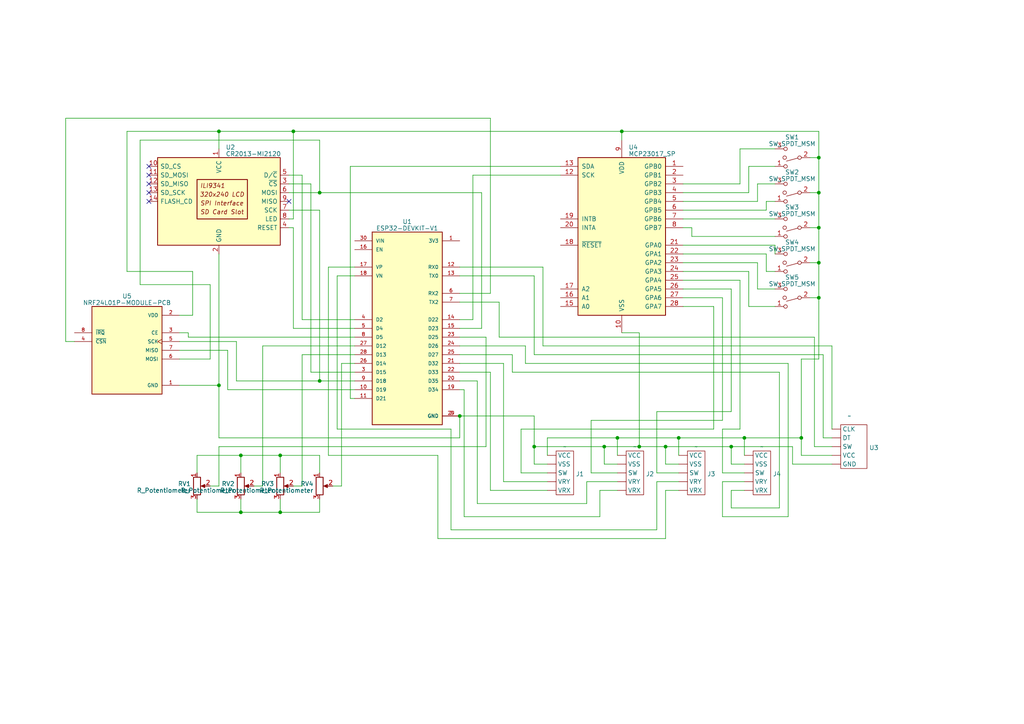
<source format=kicad_sch>
(kicad_sch (version 20230121) (generator eeschema)
  (paper "A4")
  (lib_symbols
    (symbol "Device:R_Potentiometer" (pin_names (offset 1.016) hide)
      (property "Reference" "RV" (at -4.445 0 90))
      (property "Value" "R_Potentiometer" (at -2.54 0 90))
      (symbol "R_Potentiometer_0_1"
        (polyline (pts (xy 2.54 0) (xy 1.524 0)))
        (polyline (pts (xy 1.143 0) (xy 2.286 0.508) (xy 2.286 -0.508) (xy 1.143 0)) (fill (type outline)))
        (rectangle (start 1.016 2.54) (end -1.016 -2.54) (stroke (width 0.254)))
      )
      (symbol "R_Potentiometer_1_1"
        (pin passive line (at 0 3.81 270) (length 1.27) (name "1") (number "1"))
        (pin passive line (at 3.81 0 180) (length 1.27) (name "2") (number "2"))
        (pin passive line (at 0 -3.81 90) (length 1.27) (name "3") (number "3"))
      )
    )
    (symbol "Driver_Display:CR2013-MI2120" (pin_names (offset 0.762))
      (property "Reference" "U" (at -17.526 13.97 0))
      (property "Value" "CR2013-MI2120" (at 1.905 13.97 0))
      (symbol "CR2013-MI2120_0_0"
        (text "320x240 LCD" (at 0.889 2.032 0) (effects (font (size 1.27 1.27) italic)))
        (text "ILI9341" (at -5.461 4.572 0) (effects (font (size 1.27 1.27) italic) (justify left)))
        (text "SD Card Slot" (at -5.461 -3.048 0) (effects (font (size 1.27 1.27) italic) (justify left)))
        (text "SPI Interface" (at -5.461 -0.508 0) (effects (font (size 1.27 1.27) italic) (justify left)))
      )
      (symbol "CR2013-MI2120_0_1"
        (rectangle (start -17.78 12.7) (end 17.78 -12.7) (stroke (width 0.254)) (fill (type background)))
        (rectangle (start -6.35 6.35) (end 8.255 -5.08) (stroke (width 0.254)))
      )
      (symbol "CR2013-MI2120_1_1"
        (pin power_in line (at 0 15.24 270) (length 2.54) (name "VCC") (number "1"))
        (pin input line (at -20.32 10.16 0) (length 2.54) (name "SD_CS") (number "10"))
        (pin input line (at -20.32 7.62 0) (length 2.54) (name "SD_MOSI") (number "11"))
        (pin output line (at -20.32 5.08 0) (length 2.54) (name "SD_MISO") (number "12"))
        (pin input line (at -20.32 2.54 0) (length 2.54) (name "SD_SCK") (number "13"))
        (pin input line (at -20.32 0 0) (length 2.54) (name "FLASH_CD") (number "14"))
        (pin power_in line (at 0 -15.24 90) (length 2.54) (name "GND") (number "2"))
        (pin input line (at 20.32 5.08 180) (length 2.54) (name "~{CS}") (number "3"))
        (pin input line (at 20.32 -7.62 180) (length 2.54) (name "RESET") (number "4"))
        (pin input line (at 20.32 7.62 180) (length 2.54) (name "D/~{C}") (number "5"))
        (pin input line (at 20.32 2.54 180) (length 2.54) (name "MOSI") (number "6"))
        (pin input line (at 20.32 -2.54 180) (length 2.54) (name "SCK") (number "7"))
        (pin input line (at 20.32 -5.08 180) (length 2.54) (name "LED") (number "8"))
        (pin output line (at 20.32 0 180) (length 2.54) (name "MISO") (number "9"))
      )
    )
    (symbol "ESP32-DEVKIT-V1:ESP32-DEVKIT-V1" (pin_names (offset 1.016))
      (property "Reference" "U" (at -10.16 30.48 0))
      (property "Value" "ESP32-DEVKIT-V1" (at -10.16 -30.48 0))
      (symbol "ESP32-DEVKIT-V1_0_0"
        (rectangle (start -10.16 -27.94) (end 10.16 27.94) (stroke (width 0.254)) (fill (type background)))
        (pin output line (at 15.24 25.4 180) (length 5.08) (name "3V3") (number "1"))
        (pin bidirectional line (at -15.24 -17.78 0) (length 5.08) (name "D19") (number "10"))
        (pin bidirectional line (at -15.24 -20.32 0) (length 5.08) (name "D21") (number "11"))
        (pin input line (at 15.24 17.78 180) (length 5.08) (name "RX0") (number "12"))
        (pin output line (at 15.24 15.24 180) (length 5.08) (name "TX0") (number "13"))
        (pin bidirectional line (at 15.24 2.54 180) (length 5.08) (name "D22") (number "14"))
        (pin bidirectional line (at 15.24 0 180) (length 5.08) (name "D23") (number "15"))
        (pin input line (at -15.24 22.86 0) (length 5.08) (name "EN") (number "16"))
        (pin bidirectional line (at -15.24 17.78 0) (length 5.08) (name "VP") (number "17"))
        (pin bidirectional line (at -15.24 15.24 0) (length 5.08) (name "VN") (number "18"))
        (pin bidirectional line (at 15.24 -17.78 180) (length 5.08) (name "D34") (number "19"))
        (pin power_in line (at 15.24 -25.4 180) (length 5.08) (name "GND") (number "2"))
        (pin bidirectional line (at 15.24 -15.24 180) (length 5.08) (name "D35") (number "20"))
        (pin bidirectional line (at 15.24 -10.16 180) (length 5.08) (name "D32") (number "21"))
        (pin bidirectional line (at 15.24 -12.7 180) (length 5.08) (name "D33") (number "22"))
        (pin bidirectional line (at 15.24 -2.54 180) (length 5.08) (name "D25") (number "23"))
        (pin bidirectional line (at 15.24 -5.08 180) (length 5.08) (name "D26") (number "24"))
        (pin bidirectional line (at 15.24 -7.62 180) (length 5.08) (name "D27") (number "25"))
        (pin bidirectional line (at -15.24 -10.16 0) (length 5.08) (name "D14") (number "26"))
        (pin bidirectional line (at -15.24 -5.08 0) (length 5.08) (name "D12") (number "27"))
        (pin bidirectional line (at -15.24 -7.62 0) (length 5.08) (name "D13") (number "28"))
        (pin power_in line (at 15.24 -25.4 180) (length 5.08) (name "GND") (number "29"))
        (pin bidirectional line (at -15.24 -12.7 0) (length 5.08) (name "D15") (number "3"))
        (pin input line (at -15.24 25.4 0) (length 5.08) (name "VIN") (number "30"))
        (pin bidirectional line (at -15.24 2.54 0) (length 5.08) (name "D2") (number "4"))
        (pin bidirectional line (at -15.24 0 0) (length 5.08) (name "D4") (number "5"))
        (pin input line (at 15.24 10.16 180) (length 5.08) (name "RX2") (number "6"))
        (pin output line (at 15.24 7.62 180) (length 5.08) (name "TX2") (number "7"))
        (pin bidirectional line (at -15.24 -2.54 0) (length 5.08) (name "D5") (number "8"))
        (pin bidirectional line (at -15.24 -15.24 0) (length 5.08) (name "D18") (number "9"))
      )
    )
    (symbol "Interface_Expansion:MCP23017_SP" (pin_names (offset 1.016))
      (property "Reference" "U" (at -11.43 24.13 0))
      (property "Value" "MCP23017_SP" (at 0 0 0))
      (symbol "MCP23017_SP_0_1"
        (rectangle (start -12.7 22.86) (end 12.7 -22.86) (stroke (width 0.254)) (fill (type background)))
      )
      (symbol "MCP23017_SP_1_1"
        (pin bidirectional line (at 17.78 20.32 180) (length 5.08) (name "GPB0") (number "1"))
        (pin power_in line (at 0 -27.94 90) (length 5.08) (name "VSS") (number "10"))
        (pin no_connect line (at -12.7 15.24 0) (length 5.08) hide (name "NC") (number "11"))
        (pin input line (at -17.78 17.78 0) (length 5.08) (name "SCK") (number "12"))
        (pin bidirectional line (at -17.78 20.32 0) (length 5.08) (name "SDA") (number "13"))
        (pin no_connect line (at -12.7 12.7 0) (length 5.08) hide (name "NC") (number "14"))
        (pin input line (at -17.78 -20.32 0) (length 5.08) (name "A0") (number "15"))
        (pin input line (at -17.78 -17.78 0) (length 5.08) (name "A1") (number "16"))
        (pin input line (at -17.78 -15.24 0) (length 5.08) (name "A2") (number "17"))
        (pin input line (at -17.78 -2.54 0) (length 5.08) (name "~{RESET}") (number "18"))
        (pin tri_state line (at -17.78 5.08 0) (length 5.08) (name "INTB") (number "19"))
        (pin bidirectional line (at 17.78 17.78 180) (length 5.08) (name "GPB1") (number "2"))
        (pin tri_state line (at -17.78 2.54 0) (length 5.08) (name "INTA") (number "20"))
        (pin bidirectional line (at 17.78 -2.54 180) (length 5.08) (name "GPA0") (number "21"))
        (pin bidirectional line (at 17.78 -5.08 180) (length 5.08) (name "GPA1") (number "22"))
        (pin bidirectional line (at 17.78 -7.62 180) (length 5.08) (name "GPA2") (number "23"))
        (pin bidirectional line (at 17.78 -10.16 180) (length 5.08) (name "GPA3") (number "24"))
        (pin bidirectional line (at 17.78 -12.7 180) (length 5.08) (name "GPA4") (number "25"))
        (pin bidirectional line (at 17.78 -15.24 180) (length 5.08) (name "GPA5") (number "26"))
        (pin bidirectional line (at 17.78 -17.78 180) (length 5.08) (name "GPA6") (number "27"))
        (pin bidirectional line (at 17.78 -20.32 180) (length 5.08) (name "GPA7") (number "28"))
        (pin bidirectional line (at 17.78 15.24 180) (length 5.08) (name "GPB2") (number "3"))
        (pin bidirectional line (at 17.78 12.7 180) (length 5.08) (name "GPB3") (number "4"))
        (pin bidirectional line (at 17.78 10.16 180) (length 5.08) (name "GPB4") (number "5"))
        (pin bidirectional line (at 17.78 7.62 180) (length 5.08) (name "GPB5") (number "6"))
        (pin bidirectional line (at 17.78 5.08 180) (length 5.08) (name "GPB6") (number "7"))
        (pin bidirectional line (at 17.78 2.54 180) (length 5.08) (name "GPB7") (number "8"))
        (pin power_in line (at 0 27.94 270) (length 5.08) (name "VDD") (number "9"))
      )
    )
    (symbol "NRF24L01P-MODULE-PCB:NRF24L01P-MODULE-PCB" (pin_names (offset 1.016))
      (property "Reference" "U" (at -10.16 13.97 0))
      (property "Value" "NRF24L01P-MODULE-PCB" (at -10.16 -13.97 0))
      (symbol "NRF24L01P-MODULE-PCB_0_0"
        (rectangle (start -10.16 -12.7) (end 10.16 12.7) (stroke (width 0.254)) (fill (type background)))
        (pin power_in line (at 15.24 -10.16 180) (length 5.08) (name "GND") (number "1"))
        (pin power_in line (at 15.24 10.16 180) (length 5.08) (name "VDD") (number "2"))
        (pin input line (at 15.24 5.08 180) (length 5.08) (name "CE") (number "3"))
        (pin input line (at -15.24 2.54 0) (length 5.08) (name "~{CSN}") (number "4"))
        (pin input clock (at 15.24 2.54 180) (length 5.08) (name "SCK") (number "5"))
        (pin input line (at 15.24 -2.54 180) (length 5.08) (name "MOSI") (number "6"))
        (pin input line (at 15.24 0 180) (length 5.08) (name "MISO") (number "7"))
        (pin input line (at -15.24 5.08 0) (length 5.08) (name "~{IRQ}") (number "8"))
      )
    )
    (symbol "Switch:SW_SPDT_MSM" (pin_names (offset 0) hide)
      (property "Reference" "SW" (at 0 5.08 0))
      (property "Value" "SW_SPDT_MSM" (at 0 -5.08 0))
      (symbol "SW_SPDT_MSM_0_0"
        (circle (center -2.032 0) (radius 0.508))
        (polyline (pts (xy -1.524 0.127) (xy 1.778 1.016)))
        (circle (center 2.032 -2.54) (radius 0.508))
      )
      (symbol "SW_SPDT_MSM_0_1"
        (circle (center 2.032 2.54) (radius 0.508))
        (circle (center 2.286 0) (radius 0.508))
      )
      (symbol "SW_SPDT_MSM_1_1"
        (pin passive line (at 5.08 2.54 180) (length 2.54) (name "1") (number "1"))
        (pin passive line (at -5.08 0 0) (length 2.54) (name "2") (number "2"))
        (pin passive line (at 5.08 -2.54 180) (length 2.54) (name "3") (number "3"))
      )
    )
    (symbol "joy_sticks:ps_joystick"
      (property "Reference" "J" (at 0 0 0))
      (symbol "ps_joystick_0_1"
        (rectangle (start -2.54 -1.27) (end 2.54 -13.97))
      )
      (symbol "ps_joystick_1_1"
        (pin output line (at -5.08 -7.62 0) (length 2.54) (name "SW") (number ""))
        (pin power_in line (at -5.08 -2.54 0) (length 2.54) (name "VCC") (number ""))
        (pin output line (at -5.08 -12.7 0) (length 2.54) (name "VRX") (number ""))
        (pin output line (at -5.08 -10.16 0) (length 2.54) (name "VRY") (number ""))
        (pin power_in line (at -5.08 -5.08 0) (length 2.54) (name "VSS") (number ""))
      )
    )
    (symbol "rotary_encoder:rotary_encoder_k2119"
      (property "Reference" "U" (at 0 0 0))
      (symbol "rotary_encoder_k2119_0_1"
        (rectangle (start -2.54 -2.54) (end 5.08 -15.24))
      )
      (symbol "rotary_encoder_k2119_1_1"
        (pin passive line (at -5.08 -3.81 0) (length 2.54) (name "CLK") (number ""))
        (pin passive line (at -5.08 -6.35 0) (length 2.54) (name "DT") (number ""))
        (pin power_in line (at -5.08 -13.97 0) (length 2.54) (name "GND") (number ""))
        (pin passive line (at -5.08 -8.89 0) (length 2.54) (name "SW") (number ""))
        (pin power_in line (at -5.08 -11.43 0) (length 2.54) (name "VCC") (number ""))
      )
    )
  )
  (junction (at 133.35 120.65))
  (junction (at 212.09 129.54))
  (junction (at 63.5 111.76))
  (junction (at 237.49 55.88))
  (junction (at 69.85 148.59))
  (junction (at 193.04 129.54))
  (junction (at 196.85 127))
  (junction (at 237.49 76.2))
  (junction (at 179.07 127))
  (junction (at 232.41 127))
  (junction (at 81.28 148.59))
  (junction (at 237.49 66.04))
  (junction (at 85.09 38.1))
  (junction (at 63.5 38.1))
  (junction (at 180.34 38.1))
  (junction (at 237.49 86.36))
  (junction (at 185.42 129.54))
  (junction (at 215.9 127))
  (junction (at 237.49 45.72))
  (junction (at 175.26 129.54))
  (junction (at 81.28 132.08))
  (junction (at 69.85 132.08))
  (junction (at 92.71 110.49))
  (junction (at 92.71 55.88))
  (junction (at 154.94 129.54))
  (no_connect (at 43.18 48.26))
  (no_connect (at 83.82 58.42))
  (no_connect (at 43.18 58.42))
  (no_connect (at 43.18 53.34))
  (no_connect (at 43.18 55.88))
  (no_connect (at 43.18 50.8))
  (wire (pts (xy 222.25 60.96) (xy 198.12 60.96)))
  (wire (pts (xy 148.59 107.95) (xy 148.59 102.87)))
  (wire (pts (xy 146.05 139.7) (xy 146.05 105.41)))
  (wire (pts (xy 63.5 140.97) (xy 60.96 140.97)))
  (wire (pts (xy 190.5 137.16) (xy 190.5 119.38)))
  (wire (pts (xy 193.04 134.62) (xy 193.04 129.54)))
  (wire (pts (xy 102.87 95.25) (xy 85.09 95.25)))
  (wire (pts (xy 170.18 139.7) (xy 170.18 146.05)))
  (wire (pts (xy 237.49 45.72) (xy 237.49 38.1)))
  (wire (pts (xy 69.85 148.59) (xy 57.15 148.59)))
  (wire (pts (xy 241.3 134.62) (xy 229.87 134.62)))
  (wire (pts (xy 154.94 102.87) (xy 154.94 80.01)))
  (wire (pts (xy 140.97 97.79) (xy 140.97 129.54)))
  (wire (pts (xy 154.94 120.65) (xy 154.94 129.54)))
  (wire (pts (xy 237.49 86.36) (xy 237.49 104.14)))
  (wire (pts (xy 237.49 104.14) (xy 232.41 104.14)))
  (wire (pts (xy 66.04 101.6) (xy 52.07 101.6)))
  (wire (pts (xy 152.4 100.33) (xy 152.4 105.41)))
  (wire (pts (xy 133.35 100.33) (xy 152.4 100.33)))
  (wire (pts (xy 193.04 156.21) (xy 127 156.21)))
  (wire (pts (xy 81.28 132.08) (xy 81.28 137.16)))
  (wire (pts (xy 237.49 86.36) (xy 234.95 86.36)))
  (wire (pts (xy 144.78 87.63) (xy 133.35 87.63)))
  (wire (pts (xy 60.96 82.55) (xy 60.96 104.14)))
  (wire (pts (xy 236.22 129.54) (xy 236.22 97.79)))
  (wire (pts (xy 138.43 146.05) (xy 138.43 110.49)))
  (wire (pts (xy 232.41 132.08) (xy 232.41 127)))
  (wire (pts (xy 209.55 121.92) (xy 209.55 86.36)))
  (wire (pts (xy 238.76 127) (xy 238.76 102.87)))
  (wire (pts (xy 63.5 38.1) (xy 63.5 43.18)))
  (wire (pts (xy 68.58 110.49) (xy 68.58 99.06)))
  (wire (pts (xy 190.5 153.67) (xy 130.81 153.67)))
  (wire (pts (xy 158.75 137.16) (xy 151.13 137.16)))
  (wire (pts (xy 226.06 147.32) (xy 226.06 107.95)))
  (wire (pts (xy 134.62 113.03) (xy 133.35 113.03)))
  (wire (pts (xy 81.28 132.08) (xy 69.85 132.08)))
  (wire (pts (xy 133.35 85.09) (xy 142.24 85.09)))
  (wire (pts (xy 222.25 78.74) (xy 222.25 73.66)))
  (wire (pts (xy 209.55 139.7) (xy 215.9 139.7)))
  (wire (pts (xy 179.07 134.62) (xy 175.26 134.62)))
  (wire (pts (xy 214.63 43.18) (xy 214.63 53.34)))
  (wire (pts (xy 55.88 78.74) (xy 55.88 91.44)))
  (wire (pts (xy 146.05 105.41) (xy 133.35 105.41)))
  (wire (pts (xy 229.87 134.62) (xy 229.87 129.54)))
  (wire (pts (xy 158.75 127) (xy 179.07 127)))
  (wire (pts (xy 162.56 50.8) (xy 137.16 50.8)))
  (wire (pts (xy 196.85 132.08) (xy 196.85 127)))
  (wire (pts (xy 85.09 140.97) (xy 87.63 140.97)))
  (wire (pts (xy 175.26 129.54) (xy 154.94 129.54)))
  (wire (pts (xy 87.63 140.97) (xy 87.63 102.87)))
  (wire (pts (xy 207.01 88.9) (xy 198.12 88.9)))
  (wire (pts (xy 102.87 92.71) (xy 87.63 92.71)))
  (wire (pts (xy 142.24 85.09) (xy 142.24 34.29)))
  (wire (pts (xy 154.94 129.54) (xy 154.94 134.62)))
  (wire (pts (xy 224.79 83.82) (xy 219.71 83.82)))
  (wire (pts (xy 215.9 134.62) (xy 212.09 134.62)))
  (wire (pts (xy 101.6 48.26) (xy 101.6 115.57)))
  (wire (pts (xy 209.55 137.16) (xy 209.55 124.46)))
  (wire (pts (xy 200.66 66.04) (xy 198.12 66.04)))
  (wire (pts (xy 130.81 153.67) (xy 130.81 124.46)))
  (wire (pts (xy 76.2 100.33) (xy 76.2 140.97)))
  (wire (pts (xy 36.83 78.74) (xy 55.88 78.74)))
  (wire (pts (xy 92.71 148.59) (xy 81.28 148.59)))
  (wire (pts (xy 207.01 124.46) (xy 207.01 88.9)))
  (wire (pts (xy 180.34 38.1) (xy 85.09 38.1)))
  (wire (pts (xy 63.5 127) (xy 63.5 111.76)))
  (wire (pts (xy 237.49 66.04) (xy 237.49 55.88)))
  (wire (pts (xy 90.17 107.95) (xy 90.17 53.34)))
  (wire (pts (xy 133.35 120.65) (xy 154.94 120.65)))
  (wire (pts (xy 90.17 53.34) (xy 83.82 53.34)))
  (wire (pts (xy 228.6 149.86) (xy 209.55 149.86)))
  (wire (pts (xy 66.04 113.03) (xy 66.04 101.6)))
  (wire (pts (xy 193.04 142.24) (xy 193.04 156.21)))
  (wire (pts (xy 198.12 63.5) (xy 224.79 63.5)))
  (wire (pts (xy 55.88 91.44) (xy 52.07 91.44)))
  (wire (pts (xy 19.05 99.06) (xy 21.59 99.06)))
  (wire (pts (xy 196.85 134.62) (xy 193.04 134.62)))
  (wire (pts (xy 158.75 139.7) (xy 146.05 139.7)))
  (wire (pts (xy 142.24 142.24) (xy 142.24 107.95)))
  (wire (pts (xy 19.05 34.29) (xy 19.05 99.06)))
  (wire (pts (xy 179.07 137.16) (xy 171.45 137.16)))
  (wire (pts (xy 217.17 88.9) (xy 217.17 78.74)))
  (wire (pts (xy 151.13 124.46) (xy 207.01 124.46)))
  (wire (pts (xy 219.71 83.82) (xy 219.71 76.2)))
  (wire (pts (xy 217.17 78.74) (xy 198.12 78.74)))
  (wire (pts (xy 87.63 102.87) (xy 102.87 102.87)))
  (wire (pts (xy 198.12 71.12) (xy 224.79 71.12)))
  (wire (pts (xy 212.09 147.32) (xy 226.06 147.32)))
  (wire (pts (xy 219.71 53.34) (xy 219.71 58.42)))
  (wire (pts (xy 133.35 97.79) (xy 140.97 97.79)))
  (wire (pts (xy 179.07 139.7) (xy 170.18 139.7)))
  (wire (pts (xy 57.15 132.08) (xy 57.15 137.16)))
  (wire (pts (xy 81.28 148.59) (xy 69.85 148.59)))
  (wire (pts (xy 101.6 115.57) (xy 102.87 115.57)))
  (wire (pts (xy 102.87 97.79) (xy 54.61 97.79)))
  (wire (pts (xy 40.64 40.64) (xy 40.64 82.55)))
  (wire (pts (xy 214.63 81.28) (xy 198.12 81.28)))
  (wire (pts (xy 157.48 100.33) (xy 241.3 100.33)))
  (wire (pts (xy 224.79 43.18) (xy 214.63 43.18)))
  (wire (pts (xy 92.71 40.64) (xy 92.71 55.88)))
  (wire (pts (xy 83.82 55.88) (xy 92.71 55.88)))
  (wire (pts (xy 102.87 113.03) (xy 66.04 113.03)))
  (wire (pts (xy 196.85 142.24) (xy 193.04 142.24)))
  (wire (pts (xy 102.87 110.49) (xy 92.71 110.49)))
  (wire (pts (xy 217.17 48.26) (xy 217.17 55.88)))
  (wire (pts (xy 157.48 77.47) (xy 157.48 100.33)))
  (wire (pts (xy 97.79 124.46) (xy 97.79 80.01)))
  (wire (pts (xy 222.25 73.66) (xy 198.12 73.66)))
  (wire (pts (xy 237.49 76.2) (xy 234.95 76.2)))
  (wire (pts (xy 212.09 119.38) (xy 212.09 83.82)))
  (wire (pts (xy 212.09 134.62) (xy 212.09 129.54)))
  (wire (pts (xy 137.16 92.71) (xy 133.35 92.71)))
  (wire (pts (xy 175.26 134.62) (xy 175.26 129.54)))
  (wire (pts (xy 158.75 132.08) (xy 158.75 127)))
  (wire (pts (xy 69.85 132.08) (xy 69.85 137.16)))
  (wire (pts (xy 209.55 124.46) (xy 214.63 124.46)))
  (wire (pts (xy 138.43 110.49) (xy 133.35 110.49)))
  (wire (pts (xy 154.94 80.01) (xy 133.35 80.01)))
  (wire (pts (xy 215.9 127) (xy 232.41 127)))
  (wire (pts (xy 212.09 142.24) (xy 212.09 147.32)))
  (wire (pts (xy 63.5 38.1) (xy 85.09 38.1)))
  (wire (pts (xy 158.75 142.24) (xy 142.24 142.24)))
  (wire (pts (xy 232.41 104.14) (xy 232.41 127)))
  (wire (pts (xy 69.85 132.08) (xy 57.15 132.08)))
  (wire (pts (xy 179.07 142.24) (xy 173.99 142.24)))
  (wire (pts (xy 40.64 82.55) (xy 60.96 82.55)))
  (wire (pts (xy 212.09 129.54) (xy 193.04 129.54)))
  (wire (pts (xy 222.25 58.42) (xy 222.25 60.96)))
  (wire (pts (xy 102.87 107.95) (xy 90.17 107.95)))
  (wire (pts (xy 237.49 55.88) (xy 234.95 55.88)))
  (wire (pts (xy 193.04 129.54) (xy 185.42 129.54)))
  (wire (pts (xy 224.79 78.74) (xy 222.25 78.74)))
  (wire (pts (xy 99.06 105.41) (xy 99.06 140.97)))
  (wire (pts (xy 215.9 137.16) (xy 209.55 137.16)))
  (wire (pts (xy 200.66 68.58) (xy 200.66 66.04)))
  (wire (pts (xy 52.07 111.76) (xy 63.5 111.76)))
  (wire (pts (xy 148.59 102.87) (xy 133.35 102.87)))
  (wire (pts (xy 133.35 120.65) (xy 133.35 127)))
  (wire (pts (xy 215.9 132.08) (xy 215.9 127)))
  (wire (pts (xy 219.71 76.2) (xy 198.12 76.2)))
  (wire (pts (xy 133.35 95.25) (xy 139.7 95.25)))
  (wire (pts (xy 212.09 129.54) (xy 229.87 129.54)))
  (wire (pts (xy 142.24 34.29) (xy 19.05 34.29)))
  (wire (pts (xy 236.22 97.79) (xy 144.78 97.79)))
  (wire (pts (xy 92.71 137.16) (xy 92.71 132.08)))
  (wire (pts (xy 170.18 146.05) (xy 138.43 146.05)))
  (wire (pts (xy 60.96 104.14) (xy 52.07 104.14)))
  (wire (pts (xy 185.42 96.52) (xy 185.42 129.54)))
  (wire (pts (xy 92.71 55.88) (xy 139.7 55.88)))
  (wire (pts (xy 36.83 38.1) (xy 36.83 78.74)))
  (wire (pts (xy 63.5 129.54) (xy 63.5 140.97)))
  (wire (pts (xy 83.82 63.5) (xy 85.09 63.5)))
  (wire (pts (xy 226.06 107.95) (xy 148.59 107.95)))
  (wire (pts (xy 162.56 48.26) (xy 101.6 48.26)))
  (wire (pts (xy 87.63 92.71) (xy 87.63 50.8)))
  (wire (pts (xy 224.79 53.34) (xy 219.71 53.34)))
  (wire (pts (xy 241.3 127) (xy 238.76 127)))
  (wire (pts (xy 99.06 140.97) (xy 96.52 140.97)))
  (wire (pts (xy 171.45 137.16) (xy 171.45 121.92)))
  (wire (pts (xy 92.71 110.49) (xy 68.58 110.49)))
  (wire (pts (xy 190.5 119.38) (xy 212.09 119.38)))
  (wire (pts (xy 241.3 100.33) (xy 241.3 124.46)))
  (wire (pts (xy 212.09 83.82) (xy 198.12 83.82)))
  (wire (pts (xy 154.94 134.62) (xy 158.75 134.62)))
  (wire (pts (xy 85.09 66.04) (xy 83.82 66.04)))
  (wire (pts (xy 68.58 99.06) (xy 52.07 99.06)))
  (wire (pts (xy 209.55 149.86) (xy 209.55 139.7)))
  (wire (pts (xy 85.09 95.25) (xy 85.09 66.04)))
  (wire (pts (xy 85.09 63.5) (xy 85.09 38.1)))
  (wire (pts (xy 92.71 110.49) (xy 92.71 60.96)))
  (wire (pts (xy 180.34 38.1) (xy 180.34 40.64)))
  (wire (pts (xy 224.79 58.42) (xy 222.25 58.42)))
  (wire (pts (xy 95.25 77.47) (xy 102.87 77.47)))
  (wire (pts (xy 92.71 60.96) (xy 83.82 60.96)))
  (wire (pts (xy 237.49 45.72) (xy 234.95 45.72)))
  (wire (pts (xy 92.71 40.64) (xy 40.64 40.64)))
  (wire (pts (xy 237.49 38.1) (xy 180.34 38.1)))
  (wire (pts (xy 133.35 77.47) (xy 157.48 77.47)))
  (wire (pts (xy 209.55 86.36) (xy 198.12 86.36)))
  (wire (pts (xy 140.97 129.54) (xy 63.5 129.54)))
  (wire (pts (xy 54.61 96.52) (xy 52.07 96.52)))
  (wire (pts (xy 81.28 144.78) (xy 81.28 148.59)))
  (wire (pts (xy 134.62 149.86) (xy 134.62 113.03)))
  (wire (pts (xy 92.71 132.08) (xy 81.28 132.08)))
  (wire (pts (xy 102.87 100.33) (xy 76.2 100.33)))
  (wire (pts (xy 127 132.08) (xy 95.25 132.08)))
  (wire (pts (xy 63.5 111.76) (xy 63.5 73.66)))
  (wire (pts (xy 142.24 107.95) (xy 133.35 107.95)))
  (wire (pts (xy 185.42 96.52) (xy 180.34 96.52)))
  (wire (pts (xy 130.81 124.46) (xy 97.79 124.46)))
  (wire (pts (xy 219.71 58.42) (xy 198.12 58.42)))
  (wire (pts (xy 102.87 105.41) (xy 99.06 105.41)))
  (wire (pts (xy 87.63 50.8) (xy 83.82 50.8)))
  (wire (pts (xy 173.99 149.86) (xy 134.62 149.86)))
  (wire (pts (xy 237.49 66.04) (xy 234.95 66.04)))
  (wire (pts (xy 144.78 97.79) (xy 144.78 87.63)))
  (wire (pts (xy 224.79 71.12) (xy 224.79 73.66)))
  (wire (pts (xy 190.5 139.7) (xy 190.5 153.67)))
  (wire (pts (xy 215.9 142.24) (xy 212.09 142.24)))
  (wire (pts (xy 133.35 127) (xy 63.5 127)))
  (wire (pts (xy 127 156.21) (xy 127 132.08)))
  (wire (pts (xy 214.63 53.34) (xy 198.12 53.34)))
  (wire (pts (xy 152.4 105.41) (xy 228.6 105.41)))
  (wire (pts (xy 76.2 140.97) (xy 73.66 140.97)))
  (wire (pts (xy 171.45 121.92) (xy 209.55 121.92)))
  (wire (pts (xy 241.3 132.08) (xy 232.41 132.08)))
  (wire (pts (xy 196.85 137.16) (xy 190.5 137.16)))
  (wire (pts (xy 214.63 124.46) (xy 214.63 81.28)))
  (wire (pts (xy 237.49 86.36) (xy 237.49 76.2)))
  (wire (pts (xy 54.61 97.79) (xy 54.61 96.52)))
  (wire (pts (xy 238.76 102.87) (xy 154.94 102.87)))
  (wire (pts (xy 237.49 55.88) (xy 237.49 45.72)))
  (wire (pts (xy 36.83 38.1) (xy 63.5 38.1)))
  (wire (pts (xy 237.49 76.2) (xy 237.49 66.04)))
  (wire (pts (xy 196.85 127) (xy 179.07 127)))
  (wire (pts (xy 139.7 95.25) (xy 139.7 55.88)))
  (wire (pts (xy 179.07 127) (xy 179.07 132.08)))
  (wire (pts (xy 241.3 129.54) (xy 236.22 129.54)))
  (wire (pts (xy 224.79 88.9) (xy 217.17 88.9)))
  (wire (pts (xy 224.79 48.26) (xy 217.17 48.26)))
  (wire (pts (xy 185.42 129.54) (xy 175.26 129.54)))
  (wire (pts (xy 92.71 144.78) (xy 92.71 148.59)))
  (wire (pts (xy 69.85 144.78) (xy 69.85 148.59)))
  (wire (pts (xy 57.15 148.59) (xy 57.15 144.78)))
  (wire (pts (xy 95.25 132.08) (xy 95.25 77.47)))
  (wire (pts (xy 215.9 127) (xy 196.85 127)))
  (wire (pts (xy 97.79 80.01) (xy 102.87 80.01)))
  (wire (pts (xy 137.16 50.8) (xy 137.16 92.71)))
  (wire (pts (xy 151.13 137.16) (xy 151.13 124.46)))
  (wire (pts (xy 173.99 142.24) (xy 173.99 149.86)))
  (wire (pts (xy 228.6 105.41) (xy 228.6 149.86)))
  (wire (pts (xy 196.85 139.7) (xy 190.5 139.7)))
  (wire (pts (xy 217.17 55.88) (xy 198.12 55.88)))
  (wire (pts (xy 224.79 68.58) (xy 200.66 68.58)))
  (symbol (lib_id "Switch:SW_SPDT_MSM") (at 229.87 86.36 180) (unit 1)
    (property "Reference" "SW5" (at 229.743 80.4291 0))
    (property "Value" "SW_SPDT_MSM" (at 229.743 82.3501 0))
  )
  (symbol (lib_id "Switch:SW_SPDT_MSM") (at 229.87 55.88 180) (unit 1)
    (property "Reference" "SW2" (at 229.743 49.9491 0))
    (property "Value" "SW_SPDT_MSM" (at 229.743 51.8701 0))
  )
  (symbol (lib_id "Driver_Display:CR2013-MI2120") (at 63.5 58.42 0) (unit 1)
    (property "Reference" "U2" (at 65.4559 42.7101 0) (effects (justify left)))
    (property "Value" "CR2013-MI2120" (at 65.4559 44.6311 0) (effects (justify left)))
    (property "Footprint" "Display:CR2013-MI2120" (effects hide))
    (property "Datasheet" "http://pan.baidu.com/s/11Y990" (effects hide))
  )
  (symbol (lib_id "NRF24L01P-MODULE-PCB:NRF24L01P-MODULE-PCB") (at 36.83 101.6 0) (unit 1)
    (property "Reference" "U5" (at 36.83 85.8901 0))
    (property "Value" "NRF24L01P-MODULE-PCB" (at 36.83 87.8111 0))
    (property "Footprint" "XCVR_NRF24L01P-MODULE-PCB" (effects hide))
    (property "STANDARD" "Manufacturer Recommendations" (effects hide))
    (property "MAXIMUM_PACKAGE_HEIGHT" "N/A" (effects hide))
    (property "MANUFACTURER" "NORDIC" (effects hide))
    (property "PARTREV" "1.0" (effects hide))
  )
  (symbol (lib_id "Interface_Expansion:MCP23017_SP") (at 180.34 68.58 0) (unit 1)
    (property "Reference" "U4" (at 182.2959 42.7101 0) (effects (justify left)))
    (property "Value" "MCP23017_SP" (at 182.2959 44.6311 0) (effects (justify left)))
    (property "Footprint" "Package_DIP:DIP-28_W7.62mm" (effects hide))
    (property "Datasheet" "http://ww1.microchip.com/downloads/en/DeviceDoc/20001952C.pdf" (effects hide))
  )
  (symbol (lib_id "rotary_encoder:rotary_encoder_k2119") (at 246.38 120.65 0) (unit 1)
    (property "Reference" "U3" (at 252.095 129.8568 0) (effects (justify left)))
    (property "Value" "~" (at 246.38 120.65 0))
  )
  (symbol (lib_id "Device:R_Potentiometer") (at 57.15 140.97 0) (unit 1)
    (property "Reference" "RV1" (at 55.372 140.3263 0) (effects (justify right)))
    (property "Value" "R_Potentiometer" (at 55.372 142.2473 0) (effects (justify right)))
  )
  (symbol (lib_id "Device:R_Potentiometer") (at 69.85 140.97 0) (unit 1)
    (property "Reference" "RV2" (at 68.072 140.3263 0) (effects (justify right)))
    (property "Value" "R_Potentiometer" (at 68.072 142.2473 0) (effects (justify right)))
  )
  (symbol (lib_id "Switch:SW_SPDT_MSM") (at 229.87 76.2 180) (unit 1)
    (property "Reference" "SW4" (at 229.743 70.2691 0))
    (property "Value" "SW_SPDT_MSM" (at 229.743 72.1901 0))
  )
  (symbol (lib_id "joy_sticks:ps_joystick") (at 201.93 129.54 0) (unit 1)
    (property "Reference" "J3" (at 205.105 137.4768 0) (effects (justify left)))
    (property "Value" "~" (at 201.93 129.54 0))
  )
  (symbol (lib_id "Switch:SW_SPDT_MSM") (at 229.87 45.72 180) (unit 1)
    (property "Reference" "SW1" (at 229.743 39.7891 0))
    (property "Value" "SW_SPDT_MSM" (at 229.743 41.7101 0))
  )
  (symbol (lib_id "Device:R_Potentiometer") (at 81.28 140.97 0) (unit 1)
    (property "Reference" "RV3" (at 79.502 140.3263 0) (effects (justify right)))
    (property "Value" "R_Potentiometer" (at 79.502 142.2473 0) (effects (justify right)))
  )
  (symbol (lib_id "joy_sticks:ps_joystick") (at 184.15 129.54 0) (unit 1)
    (property "Reference" "J2" (at 187.325 137.4768 0) (effects (justify left)))
    (property "Value" "~" (at 184.15 129.54 0))
  )
  (symbol (lib_id "Switch:SW_SPDT_MSM") (at 229.87 66.04 180) (unit 1)
    (property "Reference" "SW3" (at 229.743 60.1091 0))
    (property "Value" "SW_SPDT_MSM" (at 229.743 62.0301 0))
  )
  (symbol (lib_id "joy_sticks:ps_joystick") (at 220.98 129.54 0) (unit 1)
    (property "Reference" "J4" (at 224.155 137.4768 0) (effects (justify left)))
    (property "Value" "~" (at 220.98 129.54 0))
  )
  (symbol (lib_id "ESP32-DEVKIT-V1:ESP32-DEVKIT-V1") (at 118.11 95.25 0) (unit 1)
    (property "Reference" "U1" (at 118.11 64.3001 0))
    (property "Value" "ESP32-DEVKIT-V1" (at 118.11 66.2211 0))
    (property "Footprint" "MODULE_ESP32_DEVKIT_V1" (effects hide))
    (property "PARTREV" "N/A" (effects hide))
    (property "MAXIMUM_PACKAGE_HEIGHT" "6.8 mm" (effects hide))
    (property "MANUFACTURER" "DOIT" (effects hide))
    (property "STANDARD" "Manufacturer Recommendations" (effects hide))
  )
  (symbol (lib_id "Device:R_Potentiometer") (at 92.71 140.97 0) (unit 1)
    (property "Reference" "RV4" (at 90.932 140.3263 0) (effects (justify right)))
    (property "Value" "R_Potentiometer" (at 90.932 142.2473 0) (effects (justify right)))
  )
  (symbol (lib_id "joy_sticks:ps_joystick") (at 163.83 129.54 0) (unit 1)
    (property "Reference" "J1" (at 167.005 137.4768 0) (effects (justify left)))
    (property "Value" "~" (at 163.83 129.54 0))
  )
)
</source>
